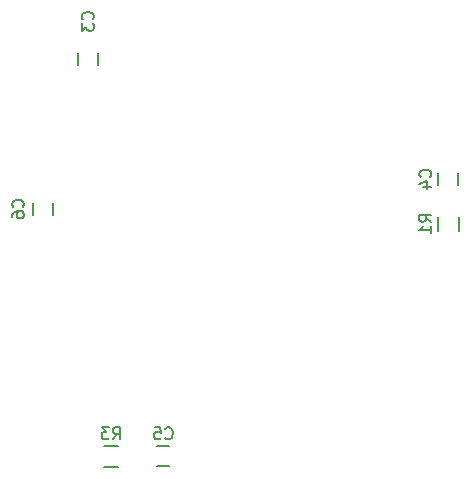
<source format=gbr>
G04 #@! TF.FileFunction,Legend,Bot*
%FSLAX46Y46*%
G04 Gerber Fmt 4.6, Leading zero omitted, Abs format (unit mm)*
G04 Created by KiCad (PCBNEW 4.0.2-stable) date 31-7-2016 00:13:12*
%MOMM*%
G01*
G04 APERTURE LIST*
%ADD10C,0.100000*%
%ADD11C,0.150000*%
G04 APERTURE END LIST*
D10*
D11*
X82485000Y-90660000D02*
X82485000Y-89660000D01*
X84185000Y-89660000D02*
X84185000Y-90660000D01*
X114665000Y-99820000D02*
X114665000Y-100820000D01*
X112965000Y-100820000D02*
X112965000Y-99820000D01*
X90185000Y-124665000D02*
X89185000Y-124665000D01*
X89185000Y-122965000D02*
X90185000Y-122965000D01*
X78675000Y-103360000D02*
X78675000Y-102360000D01*
X80375000Y-102360000D02*
X80375000Y-103360000D01*
X114690000Y-104730000D02*
X114690000Y-103530000D01*
X112940000Y-103530000D02*
X112940000Y-104730000D01*
X84640000Y-124690000D02*
X85840000Y-124690000D01*
X85840000Y-122940000D02*
X84640000Y-122940000D01*
X83692143Y-86818334D02*
X83739762Y-86770715D01*
X83787381Y-86627858D01*
X83787381Y-86532620D01*
X83739762Y-86389762D01*
X83644524Y-86294524D01*
X83549286Y-86246905D01*
X83358810Y-86199286D01*
X83215952Y-86199286D01*
X83025476Y-86246905D01*
X82930238Y-86294524D01*
X82835000Y-86389762D01*
X82787381Y-86532620D01*
X82787381Y-86627858D01*
X82835000Y-86770715D01*
X82882619Y-86818334D01*
X82787381Y-87151667D02*
X82787381Y-87770715D01*
X83168333Y-87437381D01*
X83168333Y-87580239D01*
X83215952Y-87675477D01*
X83263571Y-87723096D01*
X83358810Y-87770715D01*
X83596905Y-87770715D01*
X83692143Y-87723096D01*
X83739762Y-87675477D01*
X83787381Y-87580239D01*
X83787381Y-87294524D01*
X83739762Y-87199286D01*
X83692143Y-87151667D01*
X112267143Y-100153334D02*
X112314762Y-100105715D01*
X112362381Y-99962858D01*
X112362381Y-99867620D01*
X112314762Y-99724762D01*
X112219524Y-99629524D01*
X112124286Y-99581905D01*
X111933810Y-99534286D01*
X111790952Y-99534286D01*
X111600476Y-99581905D01*
X111505238Y-99629524D01*
X111410000Y-99724762D01*
X111362381Y-99867620D01*
X111362381Y-99962858D01*
X111410000Y-100105715D01*
X111457619Y-100153334D01*
X111695714Y-101010477D02*
X112362381Y-101010477D01*
X111314762Y-100772381D02*
X112029048Y-100534286D01*
X112029048Y-101153334D01*
X89851666Y-122267143D02*
X89899285Y-122314762D01*
X90042142Y-122362381D01*
X90137380Y-122362381D01*
X90280238Y-122314762D01*
X90375476Y-122219524D01*
X90423095Y-122124286D01*
X90470714Y-121933810D01*
X90470714Y-121790952D01*
X90423095Y-121600476D01*
X90375476Y-121505238D01*
X90280238Y-121410000D01*
X90137380Y-121362381D01*
X90042142Y-121362381D01*
X89899285Y-121410000D01*
X89851666Y-121457619D01*
X88946904Y-121362381D02*
X89423095Y-121362381D01*
X89470714Y-121838571D01*
X89423095Y-121790952D01*
X89327857Y-121743333D01*
X89089761Y-121743333D01*
X88994523Y-121790952D01*
X88946904Y-121838571D01*
X88899285Y-121933810D01*
X88899285Y-122171905D01*
X88946904Y-122267143D01*
X88994523Y-122314762D01*
X89089761Y-122362381D01*
X89327857Y-122362381D01*
X89423095Y-122314762D01*
X89470714Y-122267143D01*
X77782143Y-102693334D02*
X77829762Y-102645715D01*
X77877381Y-102502858D01*
X77877381Y-102407620D01*
X77829762Y-102264762D01*
X77734524Y-102169524D01*
X77639286Y-102121905D01*
X77448810Y-102074286D01*
X77305952Y-102074286D01*
X77115476Y-102121905D01*
X77020238Y-102169524D01*
X76925000Y-102264762D01*
X76877381Y-102407620D01*
X76877381Y-102502858D01*
X76925000Y-102645715D01*
X76972619Y-102693334D01*
X76877381Y-103550477D02*
X76877381Y-103360000D01*
X76925000Y-103264762D01*
X76972619Y-103217143D01*
X77115476Y-103121905D01*
X77305952Y-103074286D01*
X77686905Y-103074286D01*
X77782143Y-103121905D01*
X77829762Y-103169524D01*
X77877381Y-103264762D01*
X77877381Y-103455239D01*
X77829762Y-103550477D01*
X77782143Y-103598096D01*
X77686905Y-103645715D01*
X77448810Y-103645715D01*
X77353571Y-103598096D01*
X77305952Y-103550477D01*
X77258333Y-103455239D01*
X77258333Y-103264762D01*
X77305952Y-103169524D01*
X77353571Y-103121905D01*
X77448810Y-103074286D01*
X112362381Y-103963334D02*
X111886190Y-103630000D01*
X112362381Y-103391905D02*
X111362381Y-103391905D01*
X111362381Y-103772858D01*
X111410000Y-103868096D01*
X111457619Y-103915715D01*
X111552857Y-103963334D01*
X111695714Y-103963334D01*
X111790952Y-103915715D01*
X111838571Y-103868096D01*
X111886190Y-103772858D01*
X111886190Y-103391905D01*
X112362381Y-104915715D02*
X112362381Y-104344286D01*
X112362381Y-104630000D02*
X111362381Y-104630000D01*
X111505238Y-104534762D01*
X111600476Y-104439524D01*
X111648095Y-104344286D01*
X85406666Y-122362381D02*
X85740000Y-121886190D01*
X85978095Y-122362381D02*
X85978095Y-121362381D01*
X85597142Y-121362381D01*
X85501904Y-121410000D01*
X85454285Y-121457619D01*
X85406666Y-121552857D01*
X85406666Y-121695714D01*
X85454285Y-121790952D01*
X85501904Y-121838571D01*
X85597142Y-121886190D01*
X85978095Y-121886190D01*
X85073333Y-121362381D02*
X84454285Y-121362381D01*
X84787619Y-121743333D01*
X84644761Y-121743333D01*
X84549523Y-121790952D01*
X84501904Y-121838571D01*
X84454285Y-121933810D01*
X84454285Y-122171905D01*
X84501904Y-122267143D01*
X84549523Y-122314762D01*
X84644761Y-122362381D01*
X84930476Y-122362381D01*
X85025714Y-122314762D01*
X85073333Y-122267143D01*
M02*

</source>
